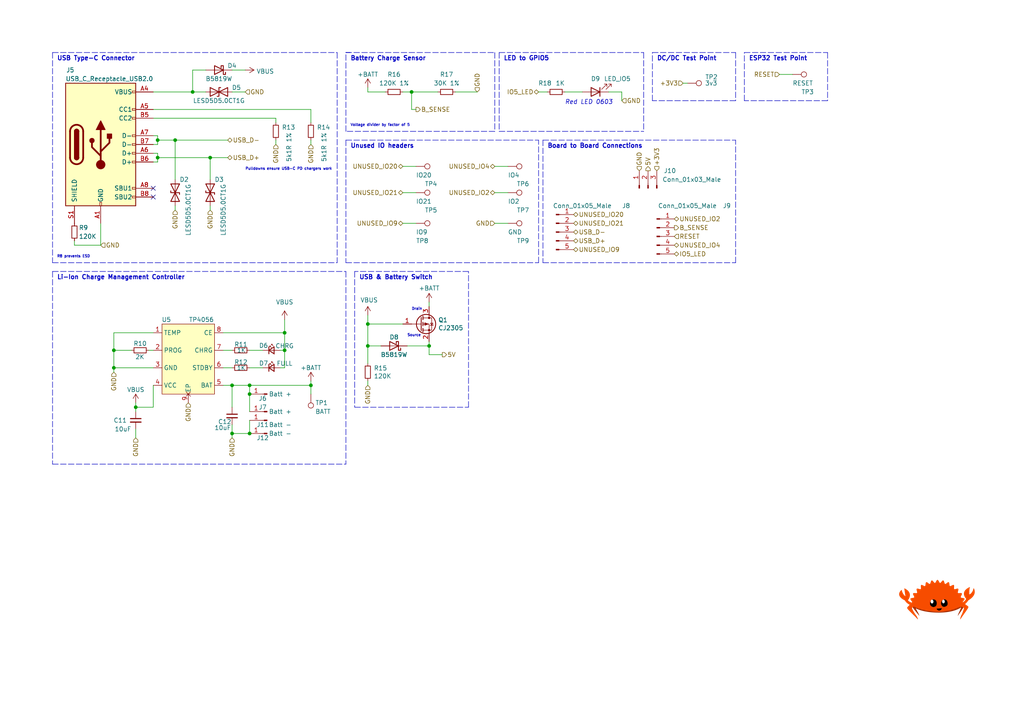
<source format=kicad_sch>
(kicad_sch (version 20211123) (generator eeschema)
  (paper "A4")
  (title_block (title "18650_Slime") (date "2022-12-07") (rev "V0.1.3") (company "gitlab.com/wigwagwent/18650_slime") (comment 1 "Licensed under CERN-OHL-P v2 or later") (comment 2 "For use with SlimeVR and made with <3"))
  (lib_symbols
    (symbol "Connector:Conn_01x01_Male" (pin_names (offset 1.016) hide)
      (property "Reference" "J" (at 0 2.54 0))
      (property "Value" "Conn_01x01_Male" (at 0 -2.54 0))
      (symbol "Conn_01x01_Male_1_1"
        (polyline (pts (xy 1.27 0) (xy 0.8636 0)) (stroke (width 0.1524)))
        (rectangle (start 0.8636 0.127) (end 0 -0.127) (stroke (width 0.1524)) (fill (type outline)))
        (pin passive line (at 5.08 0 180) (length 3.81) (name "Pin_1") (number "1"))
      )
    )
    (symbol "Connector:Conn_01x03_Male" (pin_names (offset 1.016) hide)
      (property "Reference" "J" (at 0 5.08 0))
      (property "Value" "Conn_01x03_Male" (at 0 -5.08 0))
      (symbol "Conn_01x03_Male_1_1"
        (polyline (pts (xy 1.27 -2.54) (xy 0.8636 -2.54)) (stroke (width 0.1524)))
        (polyline (pts (xy 1.27 0) (xy 0.8636 0)) (stroke (width 0.1524)))
        (polyline (pts (xy 1.27 2.54) (xy 0.8636 2.54)) (stroke (width 0.1524)))
        (rectangle (start 0.8636 -2.413) (end 0 -2.667) (stroke (width 0.1524)) (fill (type outline)))
        (rectangle (start 0.8636 0.127) (end 0 -0.127) (stroke (width 0.1524)) (fill (type outline)))
        (rectangle (start 0.8636 2.667) (end 0 2.413) (stroke (width 0.1524)) (fill (type outline)))
        (pin passive line (at 5.08 2.54 180) (length 3.81) (name "Pin_1") (number "1"))
        (pin passive line (at 5.08 0 180) (length 3.81) (name "Pin_2") (number "2"))
        (pin passive line (at 5.08 -2.54 180) (length 3.81) (name "Pin_3") (number "3"))
      )
    )
    (symbol "Connector:Conn_01x05_Male" (pin_names (offset 1.016) hide)
      (property "Reference" "J" (at 0 7.62 0))
      (property "Value" "Conn_01x05_Male" (at 0 -7.62 0))
      (symbol "Conn_01x05_Male_1_1"
        (polyline (pts (xy 1.27 -5.08) (xy 0.8636 -5.08)) (stroke (width 0.1524)))
        (polyline (pts (xy 1.27 -2.54) (xy 0.8636 -2.54)) (stroke (width 0.1524)))
        (polyline (pts (xy 1.27 0) (xy 0.8636 0)) (stroke (width 0.1524)))
        (polyline (pts (xy 1.27 2.54) (xy 0.8636 2.54)) (stroke (width 0.1524)))
        (polyline (pts (xy 1.27 5.08) (xy 0.8636 5.08)) (stroke (width 0.1524)))
        (rectangle (start 0.8636 -4.953) (end 0 -5.207) (stroke (width 0.1524)) (fill (type outline)))
        (rectangle (start 0.8636 -2.413) (end 0 -2.667) (stroke (width 0.1524)) (fill (type outline)))
        (rectangle (start 0.8636 0.127) (end 0 -0.127) (stroke (width 0.1524)) (fill (type outline)))
        (rectangle (start 0.8636 2.667) (end 0 2.413) (stroke (width 0.1524)) (fill (type outline)))
        (rectangle (start 0.8636 5.207) (end 0 4.953) (stroke (width 0.1524)) (fill (type outline)))
        (pin passive line (at 5.08 5.08 180) (length 3.81) (name "Pin_1") (number "1"))
        (pin passive line (at 5.08 2.54 180) (length 3.81) (name "Pin_2") (number "2"))
        (pin passive line (at 5.08 0 180) (length 3.81) (name "Pin_3") (number "3"))
        (pin passive line (at 5.08 -2.54 180) (length 3.81) (name "Pin_4") (number "4"))
        (pin passive line (at 5.08 -5.08 180) (length 3.81) (name "Pin_5") (number "5"))
      )
    )
    (symbol "Connector:TestPoint" (pin_numbers hide) (pin_names (offset 0.762) hide)
      (property "Reference" "TP" (at 0 6.858 0))
      (property "Value" "TestPoint" (at 0 5.08 0))
      (symbol "TestPoint_0_1"
        (circle (center 0 3.302) (radius 0.762))
      )
      (symbol "TestPoint_1_1"
        (pin passive line (at 0 0 90) (length 2.54) (name "1") (number "1"))
      )
    )
    (symbol "Connector:USB_C_Receptacle_USB2.0" (pin_names (offset 1.016))
      (property "Reference" "J" (at -10.16 19.05 0))
      (property "Value" "USB_C_Receptacle_USB2.0" (at 19.05 19.05 0))
      (symbol "USB_C_Receptacle_USB2.0_0_0"
        (rectangle (start -0.254 -17.78) (end 0.254 -16.764))
        (rectangle (start 10.16 -14.986) (end 9.144 -15.494))
        (rectangle (start 10.16 -12.446) (end 9.144 -12.954))
        (rectangle (start 10.16 -4.826) (end 9.144 -5.334))
        (rectangle (start 10.16 -2.286) (end 9.144 -2.794))
        (rectangle (start 10.16 0.254) (end 9.144 -0.254))
        (rectangle (start 10.16 2.794) (end 9.144 2.286))
        (rectangle (start 10.16 7.874) (end 9.144 7.366))
        (rectangle (start 10.16 10.414) (end 9.144 9.906))
        (rectangle (start 10.16 15.494) (end 9.144 14.986))
      )
      (symbol "USB_C_Receptacle_USB2.0_0_1"
        (rectangle (start -10.16 17.78) (end 10.16 -17.78) (stroke (width 0.254)) (fill (type background)))
        (arc (start -8.89 -3.81) (mid -6.985 -5.715) (end -5.08 -3.81) (stroke (width 0.508)))
        (arc (start -7.62 -3.81) (mid -6.985 -4.445) (end -6.35 -3.81) (stroke (width 0.254)))
        (arc (start -7.62 -3.81) (mid -6.985 -4.445) (end -6.35 -3.81) (stroke (width 0.254)) (fill (type outline)))
        (rectangle (start -7.62 -3.81) (end -6.35 3.81) (stroke (width 0.254)) (fill (type outline)))
        (arc (start -6.35 3.81) (mid -6.985 4.445) (end -7.62 3.81) (stroke (width 0.254)))
        (arc (start -6.35 3.81) (mid -6.985 4.445) (end -7.62 3.81) (stroke (width 0.254)) (fill (type outline)))
        (arc (start -5.08 3.81) (mid -6.985 5.715) (end -8.89 3.81) (stroke (width 0.508)))
        (circle (center -2.54 1.143) (radius 0.635) (stroke (width 0.254)) (fill (type outline)))
        (circle (center 0 -5.842) (radius 1.27) (fill (type outline)))
        (polyline (pts (xy -8.89 -3.81) (xy -8.89 3.81)) (stroke (width 0.508)))
        (polyline (pts (xy -5.08 3.81) (xy -5.08 -3.81)) (stroke (width 0.508)))
        (polyline (pts (xy 0 -5.842) (xy 0 4.318)) (stroke (width 0.508)))
        (polyline (pts (xy 0 -3.302) (xy -2.54 -0.762) (xy -2.54 0.508)) (stroke (width 0.508)))
        (polyline (pts (xy 0 -2.032) (xy 2.54 0.508) (xy 2.54 1.778)) (stroke (width 0.508)))
        (polyline (pts (xy -1.27 4.318) (xy 0 6.858) (xy 1.27 4.318) (xy -1.27 4.318)) (stroke (width 0.254)) (fill (type outline)))
        (rectangle (start 1.905 1.778) (end 3.175 3.048) (stroke (width 0.254)) (fill (type outline)))
      )
      (symbol "USB_C_Receptacle_USB2.0_1_1"
        (pin passive line (at 0 -22.86 90) (length 5.08) (name "GND") (number "A1"))
        (pin passive line (at 0 -22.86 90) (length 5.08) hide (name "GND") (number "A12"))
        (pin passive line (at 15.24 15.24 180) (length 5.08) (name "VBUS") (number "A4"))
        (pin bidirectional line (at 15.24 10.16 180) (length 5.08) (name "CC1") (number "A5"))
        (pin bidirectional line (at 15.24 -2.54 180) (length 5.08) (name "D+") (number "A6"))
        (pin bidirectional line (at 15.24 2.54 180) (length 5.08) (name "D-") (number "A7"))
        (pin bidirectional line (at 15.24 -12.7 180) (length 5.08) (name "SBU1") (number "A8"))
        (pin passive line (at 15.24 15.24 180) (length 5.08) hide (name "VBUS") (number "A9"))
        (pin passive line (at 0 -22.86 90) (length 5.08) hide (name "GND") (number "B1"))
        (pin passive line (at 0 -22.86 90) (length 5.08) hide (name "GND") (number "B12"))
        (pin passive line (at 15.24 15.24 180) (length 5.08) hide (name "VBUS") (number "B4"))
        (pin bidirectional line (at 15.24 7.62 180) (length 5.08) (name "CC2") (number "B5"))
        (pin bidirectional line (at 15.24 -5.08 180) (length 5.08) (name "D+") (number "B6"))
        (pin bidirectional line (at 15.24 0 180) (length 5.08) (name "D-") (number "B7"))
        (pin bidirectional line (at 15.24 -15.24 180) (length 5.08) (name "SBU2") (number "B8"))
        (pin passive line (at 15.24 15.24 180) (length 5.08) hide (name "VBUS") (number "B9"))
        (pin passive line (at -7.62 -22.86 90) (length 5.08) (name "SHIELD") (number "S1"))
      )
    )
    (symbol "Device:C_Small" (pin_numbers hide) (pin_names (offset 0.254) hide)
      (property "Reference" "C" (at 0.254 1.778 0))
      (property "Value" "C_Small" (at 0.254 -2.032 0))
      (symbol "C_Small_0_1"
        (polyline (pts (xy -1.524 -0.508) (xy 1.524 -0.508)) (stroke (width 0.3302)))
        (polyline (pts (xy -1.524 0.508) (xy 1.524 0.508)) (stroke (width 0.3048)))
      )
      (symbol "C_Small_1_1"
        (pin passive line (at 0 2.54 270) (length 2.032) (name "~") (number "1"))
        (pin passive line (at 0 -2.54 90) (length 2.032) (name "~") (number "2"))
      )
    )
    (symbol "Device:D_Schottky" (pin_numbers hide) (pin_names (offset 1.016) hide)
      (property "Reference" "D" (at 0 2.54 0))
      (property "Value" "D_Schottky" (at 0 -2.54 0))
      (symbol "D_Schottky_0_1"
        (polyline (pts (xy 1.27 0) (xy -1.27 0)))
        (polyline (pts (xy 1.27 1.27) (xy 1.27 -1.27) (xy -1.27 0) (xy 1.27 1.27)) (stroke (width 0.254)))
        (polyline (pts (xy -1.905 0.635) (xy -1.905 1.27) (xy -1.27 1.27) (xy -1.27 -1.27) (xy -0.635 -1.27) (xy -0.635 -0.635)) (stroke (width 0.254)))
      )
      (symbol "D_Schottky_1_1"
        (pin passive line (at -3.81 0 0) (length 2.54) (name "K") (number "1"))
        (pin passive line (at 3.81 0 180) (length 2.54) (name "A") (number "2"))
      )
    )
    (symbol "Device:D_TVS" (pin_numbers hide) (pin_names (offset 1.016) hide)
      (property "Reference" "D" (at 0 2.54 0))
      (property "Value" "D_TVS" (at 0 -2.54 0))
      (symbol "D_TVS_0_1"
        (polyline (pts (xy 1.27 0) (xy -1.27 0)))
        (polyline (pts (xy 0.508 1.27) (xy 0 1.27) (xy 0 -1.27) (xy -0.508 -1.27)) (stroke (width 0.254)))
        (polyline (pts (xy -2.54 1.27) (xy -2.54 -1.27) (xy 2.54 1.27) (xy 2.54 -1.27) (xy -2.54 1.27)) (stroke (width 0.254)))
      )
      (symbol "D_TVS_1_1"
        (pin passive line (at -3.81 0 0) (length 2.54) (name "A1") (number "1"))
        (pin passive line (at 3.81 0 180) (length 2.54) (name "A2") (number "2"))
      )
    )
    (symbol "Device:LED" (pin_numbers hide) (pin_names (offset 1.016) hide)
      (property "Reference" "D" (at 0 2.54 0))
      (property "Value" "LED" (at 0 -2.54 0))
      (symbol "LED_0_1"
        (polyline (pts (xy -1.27 -1.27) (xy -1.27 1.27)) (stroke (width 0.254)))
        (polyline (pts (xy -1.27 0) (xy 1.27 0)))
        (polyline (pts (xy 1.27 -1.27) (xy 1.27 1.27) (xy -1.27 0) (xy 1.27 -1.27)) (stroke (width 0.254)))
        (polyline (pts (xy -3.048 -0.762) (xy -4.572 -2.286) (xy -3.81 -2.286) (xy -4.572 -2.286) (xy -4.572 -1.524)))
        (polyline (pts (xy -1.778 -0.762) (xy -3.302 -2.286) (xy -2.54 -2.286) (xy -3.302 -2.286) (xy -3.302 -1.524)))
      )
      (symbol "LED_1_1"
        (pin passive line (at -3.81 0 0) (length 2.54) (name "K") (number "1"))
        (pin passive line (at 3.81 0 180) (length 2.54) (name "A") (number "2"))
      )
    )
    (symbol "Device:LED_Small" (pin_numbers hide) (pin_names (offset 0.254) hide)
      (property "Reference" "D" (at -1.27 3.175 0))
      (property "Value" "LED_Small" (at -4.445 -2.54 0))
      (symbol "LED_Small_0_1"
        (polyline (pts (xy -0.762 -1.016) (xy -0.762 1.016)) (stroke (width 0.254)))
        (polyline (pts (xy 1.016 0) (xy -0.762 0)))
        (polyline (pts (xy 0.762 -1.016) (xy -0.762 0) (xy 0.762 1.016) (xy 0.762 -1.016)) (stroke (width 0.254)))
        (polyline (pts (xy 0 0.762) (xy -0.508 1.27) (xy -0.254 1.27) (xy -0.508 1.27) (xy -0.508 1.016)))
        (polyline (pts (xy 0.508 1.27) (xy 0 1.778) (xy 0.254 1.778) (xy 0 1.778) (xy 0 1.524)))
      )
      (symbol "LED_Small_1_1"
        (pin passive line (at -2.54 0 0) (length 1.778) (name "K") (number "1"))
        (pin passive line (at 2.54 0 180) (length 1.778) (name "A") (number "2"))
      )
    )
    (symbol "Device:R_Small" (pin_numbers hide) (pin_names (offset 0.254) hide)
      (property "Reference" "R" (at 0.762 0.508 0))
      (property "Value" "R_Small" (at 0.762 -1.016 0))
      (symbol "R_Small_0_1"
        (rectangle (start -0.762 1.778) (end 0.762 -1.778) (stroke (width 0.2032)))
      )
      (symbol "R_Small_1_1"
        (pin passive line (at 0 2.54 270) (length 0.762) (name "~") (number "1"))
        (pin passive line (at 0 -2.54 90) (length 0.762) (name "~") (number "2"))
      )
    )
    (symbol "Transistor_FET:DMG2301L" (pin_names hide)
      (property "Reference" "Q" (at 5.08 1.905 0))
      (property "Value" "DMG2301L" (at 5.08 0 0))
      (symbol "DMG2301L_0_1"
        (polyline (pts (xy 0.254 0) (xy -2.54 0)))
        (polyline (pts (xy 0.254 1.905) (xy 0.254 -1.905)) (stroke (width 0.254)))
        (polyline (pts (xy 0.762 -1.27) (xy 0.762 -2.286)) (stroke (width 0.254)))
        (polyline (pts (xy 0.762 0.508) (xy 0.762 -0.508)) (stroke (width 0.254)))
        (polyline (pts (xy 0.762 2.286) (xy 0.762 1.27)) (stroke (width 0.254)))
        (polyline (pts (xy 2.54 2.54) (xy 2.54 1.778)))
        (polyline (pts (xy 2.54 -2.54) (xy 2.54 0) (xy 0.762 0)))
        (polyline (pts (xy 0.762 1.778) (xy 3.302 1.778) (xy 3.302 -1.778) (xy 0.762 -1.778)))
        (polyline (pts (xy 2.286 0) (xy 1.27 0.381) (xy 1.27 -0.381) (xy 2.286 0)) (fill (type outline)))
        (polyline (pts (xy 2.794 -0.508) (xy 2.921 -0.381) (xy 3.683 -0.381) (xy 3.81 -0.254)))
        (polyline (pts (xy 3.302 -0.381) (xy 2.921 0.254) (xy 3.683 0.254) (xy 3.302 -0.381)))
        (circle (center 1.651 0) (radius 2.794) (stroke (width 0.254)))
        (circle (center 2.54 -1.778) (radius 0.254) (fill (type outline)))
        (circle (center 2.54 1.778) (radius 0.254) (fill (type outline)))
      )
      (symbol "DMG2301L_1_1"
        (pin input line (at -5.08 0 0) (length 2.54) (name "G") (number "1"))
        (pin passive line (at 2.54 -5.08 90) (length 2.54) (name "S") (number "2"))
        (pin passive line (at 2.54 5.08 270) (length 2.54) (name "D") (number "3"))
      )
    )
    (symbol "power:+BATT" (power) (pin_names (offset 0))
      (property "Value" "+BATT" (at 0 3.556 0))
      (symbol "+BATT_0_1"
        (polyline (pts (xy -0.762 1.27) (xy 0 2.54)))
        (polyline (pts (xy 0 0) (xy 0 2.54)))
        (polyline (pts (xy 0 2.54) (xy 0.762 1.27)))
      )
      (symbol "+BATT_1_1"
        (pin power_in line (at 0 0 90) (length 0) hide (name "+BATT") (number "1"))
      )
    )
    (symbol "power:VBUS" (power) (pin_names (offset 0))
      (property "Value" "VBUS" (at 0 3.81 0))
      (symbol "VBUS_0_1"
        (polyline (pts (xy -0.762 1.27) (xy 0 2.54)))
        (polyline (pts (xy 0 0) (xy 0 2.54)))
        (polyline (pts (xy 0 2.54) (xy 0.762 1.27)))
      )
      (symbol "VBUS_1_1"
        (pin power_in line (at 0 0 90) (length 0) hide (name "VBUS") (number "1"))
      )
    )
    (symbol "slimevr_pcb:TP4056"
      (property "Reference" "U" (at -7.62 11.43 0))
      (property "Value" "TP4056" (at 3.81 11.43 0))
      (symbol "TP4056_0_0"
        (pin input line (at -10.16 7.62 0) (length 2.54) (name "TEMP") (number "1"))
        (pin passive line (at -10.16 2.54 0) (length 2.54) (name "PROG") (number "2"))
        (pin power_in line (at -10.16 -2.54 0) (length 2.54) (name "GND") (number "3"))
        (pin power_in line (at -10.16 -7.62 0) (length 2.54) (name "VCC") (number "4"))
        (pin power_out line (at 10.16 -7.62 180) (length 2.54) (name "BAT") (number "5"))
        (pin open_collector line (at 10.16 -2.54 180) (length 2.54) (name "STDBY") (number "6"))
        (pin open_collector line (at 10.16 2.54 180) (length 2.54) (name "CHRG") (number "7"))
        (pin input line (at 10.16 7.62 180) (length 2.54) (name "CE") (number "8"))
      )
      (symbol "TP4056_0_1"
        (rectangle (start -7.62 10.16) (end 7.62 -10.16) (fill (type background)))
      )
      (symbol "TP4056_1_1"
        (pin free non_logic (at 0 -12.7 90) (length 2.54) (name "EP") (number "9"))
      )
    )
  )
  (junction (at 72.39 114.3))
  (junction (at 50.8 40.64))
  (junction (at 106.68 93.98))
  (junction (at 82.55 96.52))
  (junction (at 67.31 111.76))
  (junction (at 33.02 106.68))
  (junction (at 72.39 111.76))
  (junction (at 82.55 101.6))
  (junction (at 67.31 125.73))
  (junction (at 106.68 100.33))
  (junction (at 45.72 40.64))
  (junction (at 90.17 111.76))
  (junction (at 55.88 26.67))
  (junction (at 39.37 118.11))
  (junction (at 124.46 100.33))
  (junction (at 60.96 45.72))
  (junction (at 33.02 101.6))
  (junction (at 45.72 45.72))
  (junction (at 119.38 26.67))
  (junction (at 72.39 125.73))
  (no_connect (at 44.45 54.61))
  (no_connect (at 44.45 57.15))
  (wire (pts (xy 180.34 26.67) (xy 180.34 29.21)))
  (wire (pts (xy 67.31 125.73) (xy 67.31 127)))
  (polyline (pts (xy 189.23 29.21) (xy 189.23 15.24)))
  (wire (pts (xy 45.72 40.64) (xy 50.8 40.64)))
  (wire (pts (xy 67.31 101.6) (xy 64.77 101.6)))
  (wire (pts (xy 50.8 60.96) (xy 50.8 59.69)))
  (polyline (pts (xy 213.36 15.24) (xy 213.36 29.21)))
  (polyline (pts (xy 15.24 15.24) (xy 15.24 76.2)))
  (wire (pts (xy 44.45 118.11) (xy 39.37 118.11)))
  (wire (pts (xy 90.17 114.3) (xy 90.17 111.76)))
  (wire (pts (xy 106.68 25.4) (xy 106.68 26.67)))
  (polyline (pts (xy 144.78 38.1) (xy 186.69 38.1)))
  (wire (pts (xy 132.08 26.67) (xy 138.43 26.67)))
  (polyline (pts (xy 97.79 15.24) (xy 97.79 76.2)))
  (wire (pts (xy 59.69 26.67) (xy 55.88 26.67)))
  (wire (pts (xy 45.72 45.72) (xy 45.72 46.99)))
  (wire (pts (xy 120.65 31.75) (xy 119.38 31.75)))
  (wire (pts (xy 21.59 71.12) (xy 29.21 71.12)))
  (wire (pts (xy 82.55 106.68) (xy 81.28 106.68)))
  (wire (pts (xy 60.96 60.96) (xy 60.96 59.69)))
  (wire (pts (xy 33.02 101.6) (xy 33.02 106.68)))
  (wire (pts (xy 39.37 118.11) (xy 39.37 119.38)))
  (wire (pts (xy 33.02 101.6) (xy 38.1 101.6)))
  (polyline (pts (xy 100.33 15.24) (xy 143.51 15.24)))
  (wire (pts (xy 29.21 64.77) (xy 29.21 71.12)))
  (wire (pts (xy 106.68 100.33) (xy 106.68 105.41)))
  (polyline (pts (xy 100.33 40.64) (xy 156.21 40.64)))
  (wire (pts (xy 50.8 40.64) (xy 66.04 40.64)))
  (polyline (pts (xy 240.03 29.21) (xy 215.9 29.21)))
  (wire (pts (xy 124.46 102.87) (xy 124.46 100.33)))
  (wire (pts (xy 67.31 111.76) (xy 72.39 111.76)))
  (polyline (pts (xy 144.78 15.24) (xy 144.78 38.1)))
  (wire (pts (xy 64.77 111.76) (xy 67.31 111.76)))
  (polyline (pts (xy 156.21 76.2) (xy 156.21 40.64)))
  (wire (pts (xy 128.27 102.87) (xy 124.46 102.87)))
  (polyline (pts (xy 15.24 78.74) (xy 15.24 134.62)))
  (wire (pts (xy 45.72 39.37) (xy 45.72 40.64)))
  (wire (pts (xy 67.31 26.67) (xy 71.12 26.67)))
  (wire (pts (xy 116.84 93.98) (xy 106.68 93.98)))
  (polyline (pts (xy 143.51 38.1) (xy 100.33 38.1)))
  (wire (pts (xy 82.55 101.6) (xy 82.55 106.68)))
  (wire (pts (xy 116.84 64.77) (xy 120.65 64.77)))
  (wire (pts (xy 45.72 44.45) (xy 45.72 45.72)))
  (polyline (pts (xy 144.78 15.24) (xy 186.69 15.24)))
  (wire (pts (xy 45.72 40.64) (xy 45.72 41.91)))
  (wire (pts (xy 45.72 46.99) (xy 44.45 46.99)))
  (wire (pts (xy 72.39 114.3) (xy 72.39 119.38)))
  (wire (pts (xy 226.06 21.59) (xy 229.87 21.59)))
  (polyline (pts (xy 100.33 15.24) (xy 101.6 15.24)))
  (wire (pts (xy 119.38 26.67) (xy 127 26.67)))
  (wire (pts (xy 106.68 91.44) (xy 106.68 93.98)))
  (wire (pts (xy 72.39 121.92) (xy 72.39 125.73)))
  (wire (pts (xy 116.84 26.67) (xy 119.38 26.67)))
  (wire (pts (xy 33.02 106.68) (xy 44.45 106.68)))
  (wire (pts (xy 76.2 106.68) (xy 72.39 106.68)))
  (wire (pts (xy 67.31 106.68) (xy 64.77 106.68)))
  (wire (pts (xy 55.88 20.32) (xy 59.69 20.32)))
  (polyline (pts (xy 215.9 29.21) (xy 215.9 15.24)))
  (wire (pts (xy 67.31 123.19) (xy 67.31 125.73)))
  (wire (pts (xy 39.37 127) (xy 39.37 124.46)))
  (wire (pts (xy 72.39 125.73) (xy 67.31 125.73)))
  (wire (pts (xy 118.11 100.33) (xy 124.46 100.33)))
  (wire (pts (xy 72.39 111.76) (xy 90.17 111.76)))
  (wire (pts (xy 45.72 45.72) (xy 60.96 45.72)))
  (wire (pts (xy 90.17 40.64) (xy 90.17 41.91)))
  (wire (pts (xy 110.49 100.33) (xy 106.68 100.33)))
  (wire (pts (xy 39.37 116.84) (xy 39.37 118.11)))
  (wire (pts (xy 67.31 20.32) (xy 71.12 20.32)))
  (wire (pts (xy 116.84 55.88) (xy 120.65 55.88)))
  (polyline (pts (xy 157.48 40.64) (xy 157.48 76.2)))
  (polyline (pts (xy 240.03 15.24) (xy 240.03 29.21)))
  (polyline (pts (xy 15.24 15.24) (xy 97.79 15.24)))
  (wire (pts (xy 156.21 26.67) (xy 158.75 26.67)))
  (wire (pts (xy 143.51 55.88) (xy 147.32 55.88)))
  (wire (pts (xy 82.55 101.6) (xy 81.28 101.6)))
  (polyline (pts (xy 135.89 78.74) (xy 102.87 78.74)))
  (wire (pts (xy 90.17 35.56) (xy 90.17 31.75)))
  (wire (pts (xy 50.8 52.07) (xy 50.8 40.64)))
  (polyline (pts (xy 15.24 76.2) (xy 97.79 76.2)))
  (wire (pts (xy 124.46 88.9) (xy 124.46 87.63)))
  (wire (pts (xy 76.2 101.6) (xy 72.39 101.6)))
  (wire (pts (xy 106.68 111.76) (xy 106.68 110.49)))
  (polyline (pts (xy 189.23 15.24) (xy 213.36 15.24)))
  (wire (pts (xy 82.55 96.52) (xy 82.55 101.6)))
  (wire (pts (xy 60.96 45.72) (xy 66.04 45.72)))
  (wire (pts (xy 124.46 99.06) (xy 124.46 100.33)))
  (wire (pts (xy 90.17 31.75) (xy 44.45 31.75)))
  (polyline (pts (xy 186.69 15.24) (xy 186.69 38.1)))
  (wire (pts (xy 44.45 111.76) (xy 44.45 118.11)))
  (wire (pts (xy 163.83 26.67) (xy 168.91 26.67)))
  (wire (pts (xy 44.45 34.29) (xy 80.01 34.29)))
  (wire (pts (xy 64.77 96.52) (xy 82.55 96.52)))
  (wire (pts (xy 55.88 26.67) (xy 55.88 20.32)))
  (wire (pts (xy 80.01 40.64) (xy 80.01 41.91)))
  (wire (pts (xy 44.45 39.37) (xy 45.72 39.37)))
  (wire (pts (xy 43.18 101.6) (xy 44.45 101.6)))
  (polyline (pts (xy 100.33 40.64) (xy 100.33 76.2)))
  (wire (pts (xy 116.84 48.26) (xy 120.65 48.26)))
  (polyline (pts (xy 100.33 38.1) (xy 100.33 15.24)))
  (wire (pts (xy 143.51 64.77) (xy 147.32 64.77)))
  (polyline (pts (xy 15.24 134.62) (xy 100.33 134.62)))
  (polyline (pts (xy 102.87 78.74) (xy 102.87 118.11)))
  (polyline (pts (xy 157.48 40.64) (xy 213.36 40.64)))
  (wire (pts (xy 33.02 96.52) (xy 33.02 101.6)))
  (polyline (pts (xy 157.48 76.2) (xy 213.36 76.2)))
  (wire (pts (xy 44.45 26.67) (xy 55.88 26.67)))
  (wire (pts (xy 67.31 118.11) (xy 67.31 111.76)))
  (wire (pts (xy 106.68 26.67) (xy 111.76 26.67)))
  (wire (pts (xy 90.17 110.49) (xy 90.17 111.76)))
  (polyline (pts (xy 143.51 15.24) (xy 143.51 38.1)))
  (wire (pts (xy 45.72 41.91) (xy 44.45 41.91)))
  (wire (pts (xy 106.68 93.98) (xy 106.68 100.33)))
  (wire (pts (xy 82.55 92.71) (xy 82.55 96.52)))
  (wire (pts (xy 72.39 111.76) (xy 72.39 114.3)))
  (wire (pts (xy 176.53 26.67) (xy 180.34 26.67)))
  (wire (pts (xy 198.12 24.13) (xy 199.39 24.13)))
  (polyline (pts (xy 102.87 118.11) (xy 135.89 118.11)))
  (wire (pts (xy 21.59 71.12) (xy 21.59 69.85)))
  (wire (pts (xy 119.38 31.75) (xy 119.38 26.67)))
  (polyline (pts (xy 215.9 15.24) (xy 240.03 15.24)))
  (polyline (pts (xy 100.33 78.74) (xy 100.33 134.62)))
  (wire (pts (xy 80.01 34.29) (xy 80.01 35.56)))
  (wire (pts (xy 33.02 107.95) (xy 33.02 106.68)))
  (polyline (pts (xy 213.36 29.21) (xy 189.23 29.21)))
  (wire (pts (xy 60.96 52.07) (xy 60.96 45.72)))
  (polyline (pts (xy 100.33 76.2) (xy 156.21 76.2)))
  (polyline (pts (xy 15.24 78.74) (xy 100.33 78.74)))
  (polyline (pts (xy 135.89 118.11) (xy 135.89 78.74)))
  (polyline (pts (xy 213.36 76.2) (xy 213.36 40.64)))
  (wire (pts (xy 44.45 44.45) (xy 45.72 44.45)))
  (wire (pts (xy 44.45 96.52) (xy 33.02 96.52)))
  (wire (pts (xy 143.51 48.26) (xy 147.32 48.26)))
  (image (at 271.78 173.99) (scale 0.221118))
  (text "Pulldowns ensure USB-C PD chargers work" (at 71.12 49.53 0) (effects (font (size 0.75 0.75)) (justify left bottom)))
  (text "LED to GPIO5" (at 146.05 17.78 0) (effects (font (size 1.27 1.27) (thickness 0.254) bold) (justify left bottom)))
  (text "Li-Ion Charge Management Controller" (at 16.51 81.28 0) (effects (font (size 1.27 1.27) (thickness 0.254) bold) (justify left bottom)))
  (text "Drain" (at 119.38 90.17 0) (effects (font (size 0.75 0.75)) (justify left bottom)))
  (text "Red LED 0603" (at 163.83 30.48 0) (effects (font (size 1.27 1.27) italic) (justify left bottom)))
  (text "Voltage divider by factor of 5" (at 101.6 36.83 0) (effects (font (size 0.75 0.75)) (justify left bottom)))
  (text "Battery Charge Sensor" (at 101.6 17.78 0) (effects (font (size 1.27 1.27) (thickness 0.254) bold) (justify left bottom)))
  (text "Source" (at 118.11 97.79 0) (effects (font (size 0.75 0.75)) (justify left bottom)))
  (text "Unused IO headers" (at 101.6 43.18 0) (effects (font (size 1.27 1.27) (thickness 0.254) bold) (justify left bottom)))
  (text "R8 prevents ESD" (at 16.51 74.93 0) (effects (font (size 0.75 0.75)) (justify left bottom)))
  (text "Board to Board Connections" (at 158.75 43.18 0) (effects (font (size 1.27 1.27) (thickness 0.254) bold) (justify left bottom)))
  (text "USB & Battery Switch" (at 104.14 81.28 0) (effects (font (size 1.27 1.27) (thickness 0.254) bold) (justify left bottom)))
  (text "ESP32 Test Point" (at 217.17 17.78 0) (effects (font (size 1.27 1.27) (thickness 0.254) bold) (justify left bottom)))
  (text "USB Type-C Connector" (at 16.51 17.78 0) (effects (font (size 1.27 1.27) (thickness 0.254) bold) (justify left bottom)))
  (text "DC/DC Test Point" (at 190.5 17.78 0) (effects (font (size 1.27 1.27) (thickness 0.254) bold) (justify left bottom)))
  (hierarchical_label "GND" (shape input) (at 50.8 60.96 270))
  (hierarchical_label "RESET" (shape input) (at 195.58 68.58 0))
  (hierarchical_label "USB_D-" (shape bidirectional) (at 66.04 40.64 0))
  (hierarchical_label "UNUSED_IO4" (shape bidirectional) (at 143.51 48.26 180))
  (hierarchical_label "UNUSED_IO2" (shape bidirectional) (at 143.51 55.88 180))
  (hierarchical_label "UNUSED_IO9" (shape bidirectional) (at 166.37 72.39 0))
  (hierarchical_label "UNUSED_IO20" (shape bidirectional) (at 116.84 48.26 180))
  (hierarchical_label "GND" (shape input) (at 67.31 127 270))
  (hierarchical_label "USB_D-" (shape bidirectional) (at 166.37 67.31 0))
  (hierarchical_label "GND" (shape input) (at 143.51 64.77 180))
  (hierarchical_label "UNUSED_IO9" (shape bidirectional) (at 116.84 64.77 180))
  (hierarchical_label "B_SENSE" (shape output) (at 195.58 66.04 0))
  (hierarchical_label "5V" (shape output) (at 187.96 49.53 90))
  (hierarchical_label "GND" (shape input) (at 54.61 116.84 270))
  (hierarchical_label "UNUSED_IO21" (shape bidirectional) (at 116.84 55.88 180))
  (hierarchical_label "USB_D+" (shape bidirectional) (at 166.37 69.85 0))
  (hierarchical_label "IO5_LED" (shape bidirectional) (at 195.58 73.66 0))
  (hierarchical_label "B_SENSE" (shape output) (at 120.65 31.75 0))
  (hierarchical_label "GND" (shape input) (at 138.43 26.67 90))
  (hierarchical_label "GND" (shape input) (at 33.02 107.95 270))
  (hierarchical_label "GND" (shape input) (at 29.21 71.12 0))
  (hierarchical_label "GND" (shape input) (at 90.17 41.91 270))
  (hierarchical_label "GND" (shape input) (at 60.96 60.96 270))
  (hierarchical_label "UNUSED_IO20" (shape bidirectional) (at 166.37 62.23 0))
  (hierarchical_label "IO5_LED" (shape bidirectional) (at 156.21 26.67 180))
  (hierarchical_label "GND" (shape input) (at 180.34 29.21 0))
  (hierarchical_label "USB_D+" (shape bidirectional) (at 66.04 45.72 0))
  (hierarchical_label "UNUSED_IO21" (shape bidirectional) (at 166.37 64.77 0))
  (hierarchical_label "+3V3" (shape input) (at 198.12 24.13 180))
  (hierarchical_label "GND" (shape input) (at 106.68 111.76 270))
  (hierarchical_label "5V" (shape output) (at 128.27 102.87 0))
  (hierarchical_label "GND" (shape input) (at 39.37 127 270))
  (hierarchical_label "UNUSED_IO4" (shape bidirectional) (at 195.58 71.12 0))
  (hierarchical_label "RESET" (shape input) (at 226.06 21.59 180))
  (hierarchical_label "GND" (shape input) (at 80.01 41.91 270))
  (hierarchical_label "GND" (shape input) (at 71.12 26.67 0))
  (hierarchical_label "GND" (shape input) (at 185.42 49.53 90))
  (hierarchical_label "UNUSED_IO2" (shape bidirectional) (at 195.58 63.5 0))
  (hierarchical_label "+3V3" (shape input) (at 190.5 49.53 90))
  (symbol (lib_id "Transistor_FET:DMG2301L") (at 121.92 93.98 0) (unit 1)
    (property "Reference" "Q1" (at 127.1016 92.8116 0) (effects (justify left)))
    (property "Value" "CJ2305" (at 127.1016 95.123 0) (effects (justify left)))
    (property "Footprint" "Package_TO_SOT_SMD:SOT-23" (effects hide))
    (property "Datasheet" "https://www.diodes.com/assets/Datasheets/DMG2301L.pdf" (effects hide))
  )
  (symbol (lib_id "Device:R_Small") (at 90.17 38.1 0) (unit 1)
    (property "Reference" "R14" (at 91.8972 36.9316 0) (effects (justify left)))
    (property "Value" "5k1R 1%" (at 93.98 46.99 90) (effects (justify left)))
    (property "Footprint" "Resistor_SMD:R_0603_1608Metric" (effects hide))
  )
  (symbol (lib_id "Device:D_TVS") (at 63.5 26.67 0) (unit 1)
    (property "Reference" "D5" (at 68.58 25.4 0))
    (property "Value" "LESD5D5.0CT1G" (at 63.5 29.21 0))
    (property "Footprint" "Diode_SMD:D_SOD-523" (effects hide))
  )
  (symbol (lib_id "Device:R_Small") (at 21.59 67.31 0) (unit 1)
    (property "Reference" "R9" (at 22.86 66.04 0) (effects (justify left)))
    (property "Value" "120K" (at 22.86 68.58 0) (effects (justify left)))
    (property "Footprint" "Resistor_SMD:R_0603_1608Metric" (effects hide))
  )
  (symbol (lib_id "Connector:TestPoint") (at 147.32 48.26 270) (unit 1)
    (property "Reference" "TP6" (at 149.86 53.34 90) (effects (justify left)))
    (property "Value" "IO4" (at 147.32 50.8 90) (effects (justify left)))
    (property "Footprint" "TestPoint:TestPoint_Pad_D1.0mm" (effects hide))
  )
  (symbol (lib_id "Device:LED_Small") (at 78.74 101.6 0) (unit 1)
    (property "Reference" "D6" (at 76.4421 100.2271 0))
    (property "Value" "CHRG" (at 82.55 100.33 0))
    (property "Footprint" "LED_SMD:LED_0603_1608Metric" (effects hide))
  )
  (symbol (lib_id "power:VBUS") (at 82.55 92.71 0) (unit 1)
    (property "Reference" "#PWR041" (effects hide))
    (property "Value" "VBUS" (at 82.55 87.63 0))
  )
  (symbol (lib_id "power:VBUS") (at 71.12 20.32 270) (unit 1)
    (property "Reference" "#PWR040" (effects hide))
    (property "Value" "VBUS" (at 74.3712 20.701 90) (effects (justify left)))
  )
  (symbol (lib_id "Connector:Conn_01x01_Male") (at 77.47 121.92 180) (unit 1)
    (property "Reference" "J11" (at 76.2 123.19 0))
    (property "Value" "Batt -" (at 81.28 123.19 0))
    (property "Footprint" "Connector_PinHeader_2.54mm:PinHeader_1x01_P2.54mm_Vertical" (effects hide))
  )
  (symbol (lib_id "Device:D_TVS") (at 60.96 55.88 270) (unit 1)
    (property "Reference" "D3" (at 62.23 52.07 90) (effects (justify left)))
    (property "Value" "LESD5D5.0CT1G" (at 64.77 53.34 0) (effects (justify left)))
    (property "Footprint" "Diode_SMD:D_SOD-523" (effects hide))
  )
  (symbol (lib_id "Device:C_Small") (at 39.37 121.92 0) (unit 1)
    (property "Reference" "C11" (at 36.83 121.92 0) (effects (justify right)))
    (property "Value" "10uF" (at 38.1 124.46 0) (effects (justify right)))
    (property "Footprint" "Capacitor_SMD:C_0603_1608Metric" (effects hide))
  )
  (symbol (lib_id "Device:R_Small") (at 114.3 26.67 90) (unit 1)
    (property "Reference" "R16" (at 114.3 21.59 90))
    (property "Value" "120K 1%" (at 114.3 24.13 90))
    (property "Footprint" "Resistor_SMD:R_0603_1608Metric" (effects hide))
  )
  (symbol (lib_id "Connector:Conn_01x05_Male") (at 161.29 67.31 0) (unit 1)
    (property "Reference" "J8" (at 181.61 59.69 0))
    (property "Value" "Conn_01x05_Male" (at 168.91 59.69 0))
    (property "Footprint" "Connector_PinHeader_2.54mm:PinHeader_1x05_P2.54mm_Vertical" (effects hide))
  )
  (symbol (lib_id "Connector:Conn_01x03_Male") (at 187.96 54.61 90) (unit 1)
    (property "Reference" "J10" (at 194.31 49.53 90))
    (property "Value" "Conn_01x03_Male" (at 200.66 52.07 90))
    (property "Footprint" "Connector_PinHeader_2.54mm:PinHeader_1x03_P2.54mm_Vertical" (effects hide))
  )
  (symbol (lib_id "Connector:Conn_01x01_Male") (at 77.47 119.38 180) (unit 1)
    (property "Reference" "J7" (at 76.2 118.11 0))
    (property "Value" "Batt +" (at 81.28 119.38 0))
    (property "Footprint" "Connector_PinHeader_2.54mm:PinHeader_1x01_P2.54mm_Vertical" (effects hide))
  )
  (symbol (lib_id "Device:R_Small") (at 106.68 107.95 0) (unit 1)
    (property "Reference" "R15" (at 108.4072 106.7816 0) (effects (justify left)))
    (property "Value" "120K" (at 108.4072 109.093 0) (effects (justify left)))
    (property "Footprint" "Resistor_SMD:R_0603_1608Metric" (effects hide))
  )
  (symbol (lib_id "Device:R_Small") (at 69.85 106.68 90) (unit 1)
    (property "Reference" "R12" (at 69.8824 105.0383 90))
    (property "Value" "1K" (at 69.9499 106.7275 90) (effects (font (size 1.2 1.2))))
    (property "Footprint" "Resistor_SMD:R_0603_1608Metric" (effects hide))
  )
  (symbol (lib_id "Device:R_Small") (at 129.54 26.67 90) (unit 1)
    (property "Reference" "R17" (at 129.54 21.59 90))
    (property "Value" "30K 1%" (at 129.54 24.13 90))
    (property "Footprint" "Resistor_SMD:R_0603_1608Metric" (effects hide))
  )
  (symbol (lib_id "Connector:TestPoint") (at 90.17 114.3 180) (unit 1)
    (property "Reference" "TP1" (at 91.44 116.84 0) (effects (justify right)))
    (property "Value" "BATT" (at 91.44 119.38 0) (effects (justify right)))
    (property "Footprint" "TestPoint:TestPoint_Pad_D1.0mm" (effects hide))
  )
  (symbol (lib_id "Device:LED_Small") (at 78.74 106.68 0) (unit 1)
    (property "Reference" "D7" (at 76.4421 105.3684 0))
    (property "Value" "FULL" (at 82.55 105.41 0))
    (property "Footprint" "LED_SMD:LED_0603_1608Metric" (effects hide))
  )
  (symbol (lib_id "Connector:TestPoint") (at 147.32 64.77 270) (unit 1)
    (property "Reference" "TP9" (at 149.86 69.85 90) (effects (justify left)))
    (property "Value" "GND" (at 147.32 67.31 90) (effects (justify left)))
    (property "Footprint" "TestPoint:TestPoint_Pad_D1.0mm" (effects hide))
  )
  (symbol (lib_id "Connector:Conn_01x01_Male") (at 77.47 125.73 180) (unit 1)
    (property "Reference" "J12" (at 76.2 127 0))
    (property "Value" "Batt -" (at 81.28 125.73 0))
    (property "Footprint" "Connector_PinHeader_2.54mm:PinHeader_1x01_P2.54mm_Vertical" (effects hide))
  )
  (symbol (lib_id "Device:R_Small") (at 40.64 101.6 90) (unit 1)
    (property "Reference" "R10" (at 40.645 99.6386 90))
    (property "Value" "2K" (at 40.5794 103.5092 90))
    (property "Footprint" "Resistor_SMD:R_0603_1608Metric" (effects hide))
  )
  (symbol (lib_id "Connector:TestPoint") (at 120.65 64.77 270) (unit 1)
    (property "Reference" "TP8" (at 120.65 69.85 90) (effects (justify left)))
    (property "Value" "IO9" (at 120.65 67.31 90) (effects (justify left)))
    (property "Footprint" "TestPoint:TestPoint_Pad_D1.0mm" (effects hide))
  )
  (symbol (lib_id "Device:D_Schottky") (at 114.3 100.33 180) (unit 1)
    (property "Reference" "D8" (at 114.3 97.79 0))
    (property "Value" "B5819W" (at 114.3 102.87 0))
    (property "Footprint" "Diode_SMD:D_SOD-123" (effects hide))
  )
  (symbol (lib_id "Connector:TestPoint") (at 120.65 55.88 270) (unit 1)
    (property "Reference" "TP5" (at 123.19 60.96 90) (effects (justify left)))
    (property "Value" "IO21" (at 120.65 58.42 90) (effects (justify left)))
    (property "Footprint" "TestPoint:TestPoint_Pad_D1.0mm" (effects hide))
  )
  (symbol (lib_id "Device:C_Small") (at 67.31 120.65 0) (unit 1)
    (property "Reference" "C12" (at 63.2367 122.3223 0) (effects (justify left)))
    (property "Value" "10uF" (at 62.1726 124.0706 0) (effects (justify left)))
    (property "Footprint" "Capacitor_SMD:C_0603_1608Metric" (effects hide))
  )
  (symbol (lib_id "Connector:TestPoint") (at 229.87 21.59 270) (unit 1)
    (property "Reference" "TP3" (at 232.41 26.67 90) (effects (justify left)))
    (property "Value" "RESET" (at 229.87 24.13 90) (effects (justify left)))
    (property "Footprint" "TestPoint:TestPoint_Pad_D1.0mm" (effects hide))
  )
  (symbol (lib_id "Device:R_Small") (at 161.29 26.67 90) (unit 1)
    (property "Reference" "R18" (at 160.02 24.13 90) (effects (justify left)))
    (property "Value" "1K" (at 163.83 24.13 90) (effects (justify left)))
    (property "Footprint" "Resistor_SMD:R_0603_1608Metric" (effects hide))
  )
  (symbol (lib_id "Connector:TestPoint") (at 120.65 48.26 270) (unit 1)
    (property "Reference" "TP4" (at 123.19 53.34 90) (effects (justify left)))
    (property "Value" "IO20" (at 120.65 50.8 90) (effects (justify left)))
    (property "Footprint" "TestPoint:TestPoint_Pad_D1.0mm" (effects hide))
  )
  (symbol (lib_id "power:VBUS") (at 106.68 91.44 0) (unit 1)
    (property "Reference" "#PWR044" (effects hide))
    (property "Value" "VBUS" (at 107.061 87.0458 0))
  )
  (symbol (lib_id "Device:D_Schottky") (at 63.5 20.32 180) (unit 1)
    (property "Reference" "D4" (at 67.31 19.05 0))
    (property "Value" "B5819W" (at 63.5 22.86 0))
    (property "Footprint" "Diode_SMD:D_SOD-123" (effects hide))
  )
  (symbol (lib_id "Connector:TestPoint") (at 147.32 55.88 270) (unit 1)
    (property "Reference" "TP7" (at 149.86 60.96 90) (effects (justify left)))
    (property "Value" "IO2" (at 147.32 58.42 90) (effects (justify left)))
    (property "Footprint" "TestPoint:TestPoint_Pad_D1.0mm" (effects hide))
  )
  (symbol (lib_id "Connector:USB_C_Receptacle_USB2.0") (at 29.21 41.91 0) (unit 1)
    (property "Reference" "J5" (at 21.59 20.32 0) (effects (justify right)))
    (property "Value" "USB_C_Receptacle_USB2.0" (at 44.45 22.86 0) (effects (justify right)))
    (property "Footprint" "Connector_USB:USB_C_Receptacle_XKB_U262-16XN-4BVC11" (effects hide))
    (property "Datasheet" "https://www.usb.org/sites/default/files/documents/usb_type-c.zip" (effects hide))
    (property "PARTREV" "A3" (effects hide))
    (property "STANDARD" "Manufacturer Recommendations" (effects hide))
    (property "MAXIMUM_PACKAGE_HEIGHT" "3.31 mm" (effects hide))
    (property "MANUFACTURER" "GCT" (effects hide))
    (property "LCSC" " C319148" (effects hide))
  )
  (symbol (lib_id "Device:D_TVS") (at 50.8 55.88 270) (unit 1)
    (property "Reference" "D2" (at 52.07 52.07 90) (effects (justify left)))
    (property "Value" "LESD5D5.0CT1G" (at 54.61 53.34 0) (effects (justify left)))
    (property "Footprint" "Diode_SMD:D_SOD-523" (effects hide))
  )
  (symbol (lib_id "power:VBUS") (at 39.37 116.84 0) (unit 1)
    (property "Reference" "#PWR039" (effects hide))
    (property "Value" "VBUS" (at 39.37 113.03 0))
  )
  (symbol (lib_id "Connector:Conn_01x01_Male") (at 77.47 114.3 180) (unit 1)
    (property "Reference" "J6" (at 76.2 115.57 0))
    (property "Value" "Batt +" (at 81.28 114.3 0))
    (property "Footprint" "Connector_PinHeader_2.54mm:PinHeader_1x01_P2.54mm_Vertical" (effects hide))
  )
  (symbol (lib_id "Connector:Conn_01x05_Male") (at 190.5 68.58 0) (unit 1)
    (property "Reference" "J9" (at 210.82 59.69 0))
    (property "Value" "Conn_01x05_Male" (at 199.39 59.69 0))
    (property "Footprint" "Connector_PinHeader_2.54mm:PinHeader_1x05_P2.54mm_Vertical" (effects hide))
  )
  (symbol (lib_id "Device:LED") (at 172.72 26.67 180) (unit 1)
    (property "Reference" "D9" (at 172.72 22.86 0))
    (property "Value" "LED_IO5" (at 179.07 22.86 0))
    (property "Footprint" "LED_SMD:LED_0603_1608Metric" (effects hide))
  )
  (symbol (lib_id "Connector:TestPoint") (at 199.39 24.13 270) (unit 1)
    (property "Reference" "TP2" (at 204.5199 22.3383 90) (effects (justify left)))
    (property "Value" "3v3" (at 204.47 24.13 90) (effects (justify left)))
    (property "Footprint" "TestPoint:TestPoint_Pad_D1.0mm" (effects hide))
  )
  (symbol (lib_id "Device:R_Small") (at 69.85 101.6 90) (unit 1)
    (property "Reference" "R11" (at 69.8824 99.9032 90))
    (property "Value" "1K" (at 70.0004 101.6093 90) (effects (font (size 1.2 1.2))))
    (property "Footprint" "Resistor_SMD:R_0603_1608Metric" (effects hide))
  )
  (symbol (lib_id "power:+BATT") (at 124.46 87.63 0) (unit 1)
    (property "Reference" "#PWR045" (effects hide))
    (property "Value" "+BATT" (at 124.4843 83.6035 0))
  )
  (symbol (lib_id "Device:R_Small") (at 80.01 38.1 0) (unit 1)
    (property "Reference" "R13" (at 81.7372 36.9316 0) (effects (justify left)))
    (property "Value" "5k1R 1%" (at 83.82 46.99 90) (effects (justify left)))
    (property "Footprint" "Resistor_SMD:R_0603_1608Metric" (effects hide))
  )
  (symbol (lib_id "slimevr_pcb:TP4056") (at 54.61 104.14 0) (unit 1)
    (property "Reference" "U5" (at 48.26 92.71 0))
    (property "Value" "TP4056" (at 58.42 92.71 0))
    (property "Footprint" "Package_SO:HTSOP-8-1EP_3.9x4.9mm_P1.27mm_EP2.4x3.2mm" (effects hide))
    (property "Datasheet" "http://www.tp4056.com/d/tp4056.pdf" (effects hide))
  )
  (symbol (lib_id "power:+BATT") (at 90.17 110.49 0) (unit 1)
    (property "Reference" "#PWR042" (effects hide))
    (property "Value" "+BATT" (at 90.17 106.68 0))
  )
  (symbol (lib_id "power:+BATT") (at 106.68 25.4 0) (unit 1)
    (property "Reference" "#PWR043" (effects hide))
    (property "Value" "+BATT" (at 106.68 21.59 0))
  )
)
</source>
